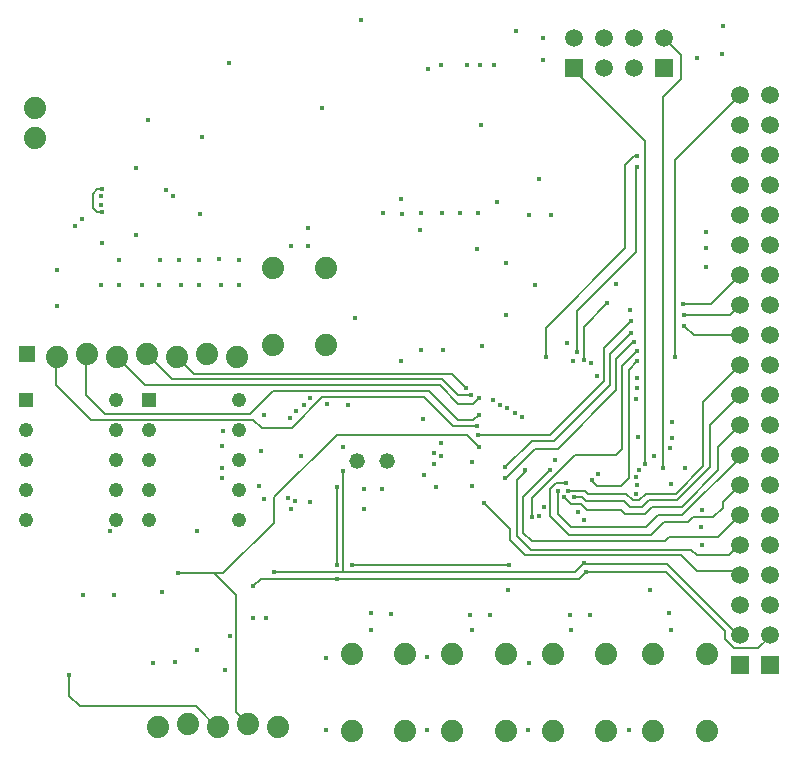
<source format=gbr>
%TF.GenerationSoftware,Novarm,DipTrace,3.2.0.1*%
%TF.CreationDate,2017-11-16T22:50:53-08:00*%
%FSLAX26Y26*%
%MOIN*%
%TF.FileFunction,Copper,L3,Inr*%
%TF.Part,Single*%
%AMOUTLINE6*
4,1,4,
0.026163,0.026163,
0.026205,-0.026121,
-0.026121,-0.026205,
-0.026163,0.026163,
0.026163,0.026163,
0*%
%TA.AperFunction,Conductor*%
%ADD18C,0.006*%
%TA.AperFunction,ComponentPad*%
%ADD24R,0.047992X0.047992*%
%ADD25C,0.048*%
%ADD30C,0.074*%
%ADD33C,0.052*%
%ADD41R,0.05937X0.05937*%
%ADD42C,0.05937*%
%ADD47R,0.059055X0.059055*%
%ADD48C,0.059055*%
%TA.AperFunction,ViaPad*%
%ADD49C,0.015*%
%TA.AperFunction,ComponentPad*%
%ADD106OUTLINE6*%
G75*
G01*
%LPD*%
X719000Y2197125D2*
D18*
X703375D1*
X687749Y2212751D1*
Y2259623D1*
X703375Y2275249D1*
X719000D1*
X2350251Y1306500D2*
X2348688Y1304937D1*
X2369000Y1284625D1*
X2447126D1*
X2475251Y1312749D1*
Y1672125D1*
X2503375Y1700249D1*
X2628375Y1715875D2*
Y2372125D1*
X2844000Y2587749D1*
X971455Y995181D2*
X1092819D1*
X1165875Y922125D1*
Y531967D1*
X1206596Y491247D1*
X1975249Y1415875D2*
X1934625Y1456500D1*
X1500251D1*
X1290875Y1247125D1*
Y1162751D1*
X1123306Y995181D1*
X1092819D1*
X1972125Y1456500D2*
X2212751D1*
X2390875Y1634625D1*
Y1744000D1*
X2481500Y1834625D1*
X2656500Y1890875D2*
X2747126D1*
X2844000Y1987749D1*
X1991441Y1227810D2*
X2078375Y1140875D1*
Y1103375D1*
X2128375Y1053375D1*
X2647125D1*
X2700251Y1000249D1*
X2831500D1*
X2844000Y987749D1*
X2128375Y1337751D2*
X2131500Y1334626D1*
X2100249Y1303375D1*
Y1119000D1*
X2147125Y1072125D1*
X2681501D1*
X2700251Y1053375D1*
X2809626D1*
X2844000Y1087749D1*
X2212749Y1337749D2*
X2122125Y1247125D1*
Y1128374D1*
X2150249Y1100249D1*
X2593999D1*
X2609625Y1115875D1*
X2772126D1*
X2844000Y1187749D1*
X2265875Y1294000D2*
X2231500D1*
X2212749Y1275249D1*
Y1184625D1*
X2275249Y1122125D1*
X2547125D1*
X2590875Y1165875D1*
X2672125D1*
X2687749Y1181500D1*
X2756501D1*
X2787751Y1212749D1*
Y1231500D1*
X2844000Y1287749D1*
X2237749Y1269000D2*
Y1190875D1*
X2281500Y1147125D1*
X2531500D1*
X2572125Y1187749D1*
X2653374D1*
X2844000Y1378375D1*
Y1387749D1*
X2259625Y1247125D2*
X2281500Y1225249D1*
X2315875D1*
X2334625Y1206500D1*
X2447126D1*
X2462751Y1190875D1*
X2528375D1*
X2553375Y1215875D1*
X2650249D1*
X2772125Y1337751D1*
Y1415874D1*
X2844000Y1487749D1*
X2150251Y1181500D2*
Y1244000D1*
X2294000Y1387749D1*
X2431500D1*
X2453375Y1409625D1*
Y1684625D1*
X2503375Y1734625D1*
X2290875Y1247125D2*
X2319000D1*
X2331500Y1234625D1*
X2459626D1*
X2478375Y1215875D1*
X2519001D1*
X2540875Y1237749D1*
X2634625D1*
X2744000Y1347125D1*
Y1487749D1*
X2844000Y1587749D1*
X2272125Y1269000D2*
X2328375D1*
X2337751Y1259625D1*
X2465875D1*
X2487751Y1237749D1*
X2509625D1*
X2531500Y1259625D1*
X2631500D1*
X2722125Y1350249D1*
Y1565874D1*
X2844000Y1687749D1*
X2062749Y1312751D2*
X2064314Y1311186D1*
X2162751Y1409625D1*
X2237749D1*
X2431500Y1603375D1*
Y1709626D1*
X2487749Y1765875D1*
X2490875D1*
X2659625Y1819000D2*
X2690875Y1787749D1*
X2844000D1*
X2062751Y1347125D2*
X2150251Y1434625D1*
X2225249D1*
X2412749Y1622125D1*
Y1725249D1*
X2481500Y1794000D1*
X2659625Y1856500D2*
X2812751D1*
X2844000Y1887749D1*
X2589488Y1344000D2*
Y2583239D1*
X2647125Y2640875D1*
Y2722126D1*
X2590875Y2778375D1*
X2197125Y1715875D2*
Y1813052D1*
X2462751Y2078678D1*
Y2356500D1*
X2490875Y2384625D1*
X2500249D1*
X2403375Y1894000D2*
X2325249Y1815874D1*
Y1703374D1*
X2331500Y997125D2*
X2309626Y975251D1*
X1500249D1*
X1247126D1*
X1222125Y950249D1*
X1500249Y1281500D2*
Y1022125D1*
X2331500Y997125D2*
X2597157D1*
X2794252Y800030D1*
Y775028D1*
X2825505Y743774D1*
X2906764D1*
X2944000Y781010D1*
Y787749D1*
X1290875Y997125D2*
X1522125D1*
X2293999D1*
X2325249Y1028375D1*
X1522125Y1335560D2*
Y997125D1*
X2844000Y787749D2*
Y781535D1*
X2600482Y1025054D1*
X2328571D1*
X2325249Y1028375D1*
X1969000Y1484625D2*
X1887751D1*
X1790875Y1581500D1*
X1453375D1*
X1350251Y1478375D1*
X1250249D1*
X1222125Y1506500D1*
X681500D1*
X565875Y1622125D1*
Y1712125D1*
X569000Y1715249D1*
X1947125Y1587751D2*
X1906500D1*
X1853375Y1640875D1*
X953374D1*
X869000Y1725249D1*
X1931500Y1612749D2*
X1884625Y1659625D1*
X1024625D1*
X969000Y1715249D1*
X1975249Y1578374D2*
X1956500Y1559625D1*
X1906500D1*
X1844000Y1622125D1*
X862125D1*
X769000Y1715249D1*
X1975249Y1522125D2*
X1956500Y1503375D1*
X1906500D1*
X1809625Y1600251D1*
X1287752D1*
X1212751Y1525249D1*
X728377D1*
X665875Y1587751D1*
Y1722125D1*
X669000Y1725249D1*
X2528375Y1359625D2*
Y2434625D1*
X2290875Y2672125D1*
Y2678375D1*
X2300249Y1731500D2*
Y1869000D1*
X2497125Y2065875D1*
Y2343999D1*
X2500251Y2347125D1*
X609625Y656528D2*
Y584625D1*
X644000Y550249D1*
X1031501D1*
X1106596Y475155D1*
Y481247D1*
X1550249Y1022125D2*
X2075251D1*
D49*
X1141539Y2694000D3*
X1581375Y2837756D3*
X1978209Y2687772D3*
X2096946Y2800260D3*
X1115799Y1956598D3*
X982861Y1956501D3*
X569000Y1884625D3*
D3*
X568982Y2003469D3*
X1469911Y1557411D3*
X1715736Y1700375D3*
X1469911Y1557411D3*
X1984458Y1750370D3*
X1715736Y1700375D3*
X2065699Y1853484D3*
X2267178Y1762751D3*
X2073274Y937955D3*
X2475031Y470399D3*
X2140144Y470836D3*
X1465073D3*
X1802609D3*
X1036449Y737749D3*
X918945Y931706D3*
X1381919Y1385306D3*
X1469911Y1557411D3*
X1590749Y1206677D3*
X1381919Y1385306D3*
X2543774Y937955D3*
X1981333Y2487793D3*
X2175063Y2309686D3*
X2615642Y1291043D3*
X1051764Y2448755D3*
X1044877Y2193123D3*
X2500251Y1287749D3*
X2715875Y1147125D3*
X2162564Y1953375D3*
X2025079Y2687772D3*
X2731500Y2078375D3*
X2346920Y1693795D3*
X2497125Y1259625D3*
X2719000Y1087749D3*
X2731500Y2016034D3*
X2369000Y1650249D3*
X2477881Y1871630D3*
X1850097Y2687772D3*
X2431596Y1959529D3*
X628375Y2150251D3*
X715875Y2250251D3*
X650249Y2175840D3*
X715875Y2222125D3*
X1790875Y1322125D3*
X1590752Y1275374D3*
X850249Y1956501D3*
X719000Y2197125D3*
Y2275249D3*
X831500Y2122125D3*
X715875Y1956501D3*
X931500Y2272125D3*
X1562751Y1844000D3*
X1650251Y1275249D3*
X1831500Y1281500D3*
X2189963Y2777475D3*
X2788001Y2818992D3*
X2784945Y2725251D3*
X2700492Y2712731D3*
X1365875Y1534625D3*
X1344000Y1512749D3*
X1259625Y1522125D3*
X1122125Y1469000D3*
X1119076Y1418845D3*
X1950251Y1284625D3*
X1453375Y2544000D3*
X1128375Y672125D3*
X1265875Y844000D3*
X1522125Y1415875D3*
X1537751Y1556500D3*
X1412751Y1578375D3*
X1391761Y1556500D3*
X1406500Y2144173D3*
Y2084731D3*
X908583Y1956501D3*
X912751Y2037751D3*
X775251Y1956501D3*
Y2037749D3*
X1175249Y1956501D3*
Y2037749D3*
X1041916Y1956501D3*
Y2037751D3*
X1247125Y1400251D3*
X1119076Y1343837D3*
Y1312584D3*
X1240875Y1284625D3*
X1259625Y1240875D3*
X1337751Y1244000D3*
X1362749Y1234626D3*
X1347125Y1209625D3*
X744000Y1134625D3*
X1034625D3*
X1412751Y1231500D3*
X2608320Y862749D3*
X2615875Y806500D3*
X2277071Y856500D3*
X2281500Y806500D3*
X1945822Y856500D3*
X1950251Y806500D3*
X1614571Y862749D3*
X1615875Y806500D3*
X1783311Y2194000D3*
X1778375Y2137749D3*
X2306501Y1197125D3*
X2325249Y1172125D3*
X2350251Y1306500D3*
X2503375Y1700249D3*
X2628375Y1715875D3*
X971455Y995181D3*
X1975249Y1415875D3*
X1972125Y1456500D3*
X2481500Y1834625D3*
X2656500Y1890875D3*
X1991441Y1227810D3*
X2128375Y1337751D3*
X2212749Y1337749D3*
X2265875Y1294000D3*
X2237749Y1269000D3*
X2259625Y1247125D3*
X2150251Y1181500D3*
X2503375Y1734625D3*
X2190875Y1215875D3*
X1969000Y2075249D3*
X2290875Y1247125D3*
X2272125Y1269000D3*
X2062749Y1312751D3*
X2490875Y1765875D3*
X2659625Y1819000D3*
X2062751Y1347125D3*
X2481500Y1794000D3*
X2659625Y1856500D3*
X2503375Y1644000D3*
Y1612751D3*
X2497125Y1575249D3*
X2619000Y1497125D3*
X2506500Y1447125D3*
X2619000Y1444000D3*
X2612751Y1412749D3*
X2559626Y1384625D3*
X956500Y2250251D3*
X1781500Y1737751D3*
X2372125Y1326529D3*
X2662988Y1344000D3*
X2589488D3*
X2509625Y1337749D3*
X2197125Y1715875D3*
X2500249Y2384625D3*
X2498688Y1314312D3*
X2718933Y1203375D3*
X2498688Y1314312D3*
X2718933Y1203375D3*
X2731500Y2131500D3*
X2403375Y1894000D3*
X2325249Y1703374D3*
X2403375Y1894000D3*
X1934463Y2687772D3*
X759625Y922125D3*
X962810Y697125D3*
X1222125Y844000D3*
X2331500Y997125D3*
X1222125Y950249D3*
X1500249Y1281500D3*
Y1022125D3*
Y975251D3*
X2331500Y997125D3*
X2034625Y2231500D3*
X1972125Y2194000D3*
X1850251D3*
X1912843D3*
X656500Y922125D3*
X887749Y694000D3*
X1144000Y784625D3*
X1290875Y997125D3*
X2325249Y1028375D3*
X1522125Y1335560D3*
X2022125Y1572125D3*
X1465875Y712749D3*
X2069000Y1544000D3*
X1800249Y715875D3*
X2119000Y1515875D3*
X2140875Y694000D3*
X1969000Y1484625D3*
X1947125Y1587751D3*
X1931500Y1612749D3*
X1975249Y1578374D3*
Y1522125D3*
X830909Y2344000D3*
X1856500Y1737751D3*
X2187938Y2706480D3*
X2528375Y1359625D3*
D3*
X2300249Y1731500D3*
X2500251Y2347125D3*
X1847125Y1428375D3*
Y1384625D3*
X719000Y2094000D3*
X1109625Y2040875D3*
X975251Y2037751D3*
X872125Y2506500D3*
X1825249Y1394000D3*
X1787751Y1509625D3*
X1825249Y1359626D3*
Y1394000D3*
X2142356Y2187749D3*
X2215692D3*
X2065875Y2028097D3*
X2287749Y1700251D3*
X2065875Y2028097D3*
X2142356Y2187749D3*
X609625Y656528D3*
X1550249Y1022125D3*
X2075251D3*
X2044000Y1553375D3*
X1681500Y859625D3*
X2094000Y1528375D3*
X2012751Y856500D3*
X2228375Y1372125D3*
X2344000Y856500D3*
X1953352Y1365899D3*
X1347125Y2084822D3*
X1718991Y2192178D3*
X1656500Y2194000D3*
X1715875Y2240875D3*
X1806500Y2675249D3*
X2175249Y1184625D3*
X1718991Y2192178D3*
D24*
X875251Y1572125D3*
D25*
Y1472125D3*
Y1372125D3*
Y1272125D3*
Y1172125D3*
X1175251D3*
Y1272125D3*
Y1372125D3*
Y1472125D3*
Y1572125D3*
D24*
X465875D3*
D25*
Y1472125D3*
Y1372125D3*
Y1272125D3*
Y1172125D3*
X765875D3*
Y1272125D3*
Y1372125D3*
Y1472125D3*
Y1572125D3*
D30*
X494000Y2444000D3*
Y2544000D3*
D106*
X469000Y1725249D3*
D30*
X569000Y1715249D3*
X669000Y1725249D3*
X769000Y1715249D3*
X869000Y1725249D3*
X969000Y1715249D3*
X1069000Y1725249D3*
X1169000Y1715249D3*
D33*
X1569000Y1369000D3*
X1669000D3*
D30*
X1287749Y1756500D3*
Y2012500D3*
X1465749Y1756500D3*
Y2012500D3*
X1550249Y469000D3*
Y725000D3*
X1728249Y469000D3*
Y725000D3*
X1885667Y469000D3*
Y725000D3*
X2063667Y469000D3*
Y725000D3*
X2221083Y469000D3*
Y725000D3*
X2399083Y469000D3*
Y725000D3*
X2556500Y469000D3*
Y725000D3*
X2734500Y469000D3*
Y725000D3*
D41*
X2590875Y2678375D3*
D42*
Y2778375D3*
X2490875Y2678375D3*
Y2778375D3*
X2390875Y2678375D3*
Y2778375D3*
D41*
X2290875Y2678375D3*
D42*
Y2778375D3*
D47*
X2844000Y687749D3*
D48*
Y787749D3*
Y887749D3*
Y987749D3*
Y1087749D3*
Y1187749D3*
Y1287749D3*
Y1387749D3*
Y1487749D3*
Y1587749D3*
Y1687749D3*
Y1787749D3*
Y1887749D3*
Y1987749D3*
Y2087749D3*
Y2187749D3*
Y2287749D3*
Y2387749D3*
Y2487749D3*
Y2587749D3*
D47*
X2944000Y687749D3*
D48*
Y787749D3*
Y887749D3*
Y987749D3*
Y1087749D3*
Y1187749D3*
Y1287749D3*
Y1387749D3*
Y1487749D3*
Y1587749D3*
Y1687749D3*
Y1787749D3*
Y1887749D3*
Y1987749D3*
Y2087749D3*
Y2187749D3*
Y2287749D3*
Y2387749D3*
Y2487749D3*
Y2587749D3*
D30*
X1306596Y481247D3*
X1206596Y491247D3*
X1106596Y481247D3*
X1006596Y491247D3*
X906596Y481247D3*
M02*

</source>
